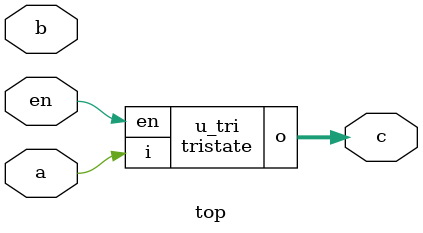
<source format=v>
module tristate (en, i, o);
    input en;
    input i;
    output [1:0] o;

    wire [1:0] io;

`ifndef BUG
	assign 	io[0] = (en)? i : 1'bZ;

    assign 	io[1] = (i)? en : 1'bZ;

    assign 	io[0] = (~en)? ~i : 1'bZ;

    assign o = io;
`else
	assign 	io[0] = (en)? ~i : 1'bZ;

    assign 	io[1] = (i)? ~en : 1'bZ;

    assign o = ~io;
`endif
endmodule


module top (
input en,
input a,
inout [1:0] b,
output [1:0] c
);

tristate u_tri (
        .en (en ),
        .i (a ),
        .o (c )
    );

endmodule

</source>
